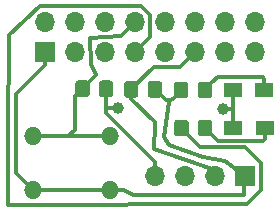
<source format=gbr>
G04 #@! TF.GenerationSoftware,KiCad,Pcbnew,(5.0.0)*
G04 #@! TF.CreationDate,2021-07-17T15:24:55-07:00*
G04 #@! TF.ProjectId,RaspberryPiHat Board,52617370626572727950694861742042,Raspberry Pi Hat *
G04 #@! TF.SameCoordinates,Original*
G04 #@! TF.FileFunction,Copper,L1,Top,Signal*
G04 #@! TF.FilePolarity,Positive*
%FSLAX46Y46*%
G04 Gerber Fmt 4.6, Leading zero omitted, Abs format (unit mm)*
G04 Created by KiCad (PCBNEW (5.0.0)) date 07/17/21 15:24:55*
%MOMM*%
%LPD*%
G01*
G04 APERTURE LIST*
G04 #@! TA.AperFunction,ComponentPad*
%ADD10R,1.700000X1.700000*%
G04 #@! TD*
G04 #@! TA.AperFunction,ComponentPad*
%ADD11O,1.700000X1.700000*%
G04 #@! TD*
G04 #@! TA.AperFunction,Conductor*
%ADD12C,0.100000*%
G04 #@! TD*
G04 #@! TA.AperFunction,SMDPad,CuDef*
%ADD13C,1.200000*%
G04 #@! TD*
G04 #@! TA.AperFunction,SMDPad,CuDef*
%ADD14R,1.500000X1.300000*%
G04 #@! TD*
G04 #@! TA.AperFunction,ComponentPad*
%ADD15O,1.524000X1.524000*%
G04 #@! TD*
G04 #@! TA.AperFunction,ViaPad*
%ADD16C,1.000000*%
G04 #@! TD*
G04 #@! TA.AperFunction,Conductor*
%ADD17C,0.300000*%
G04 #@! TD*
G04 APERTURE END LIST*
D10*
G04 #@! TO.P,J1,1*
G04 #@! TO.N,/3V3*
X41275000Y-52933600D03*
D11*
G04 #@! TO.P,J1,2*
G04 #@! TO.N,Net-(J1-Pad2)*
X41275000Y-50393600D03*
G04 #@! TO.P,J1,3*
G04 #@! TO.N,Net-(J1-Pad3)*
X43815000Y-52933600D03*
G04 #@! TO.P,J1,4*
G04 #@! TO.N,Net-(J1-Pad4)*
X43815000Y-50393600D03*
G04 #@! TO.P,J1,5*
G04 #@! TO.N,Net-(J1-Pad5)*
X46355000Y-52933600D03*
G04 #@! TO.P,J1,6*
G04 #@! TO.N,GND*
X46355000Y-50393600D03*
G04 #@! TO.P,J1,7*
G04 #@! TO.N,Net-(J1-Pad7)*
X48895000Y-52933600D03*
G04 #@! TO.P,J1,8*
G04 #@! TO.N,/button_input*
X48895000Y-50393600D03*
G04 #@! TO.P,J1,9*
G04 #@! TO.N,GND*
X51435000Y-52933600D03*
G04 #@! TO.P,J1,10*
G04 #@! TO.N,Net-(J1-Pad10)*
X51435000Y-50393600D03*
G04 #@! TO.P,J1,11*
G04 #@! TO.N,Net-(J1-Pad11)*
X53975000Y-52933600D03*
G04 #@! TO.P,J1,12*
G04 #@! TO.N,Net-(J1-Pad12)*
X53975000Y-50393600D03*
G04 #@! TO.P,J1,13*
G04 #@! TO.N,Net-(J1-Pad13)*
X56515000Y-52933600D03*
G04 #@! TO.P,J1,14*
G04 #@! TO.N,Net-(J1-Pad14)*
X56515000Y-50393600D03*
G04 #@! TO.P,J1,15*
G04 #@! TO.N,Net-(J1-Pad15)*
X59055000Y-52933600D03*
G04 #@! TO.P,J1,16*
G04 #@! TO.N,Net-(J1-Pad16)*
X59055000Y-50393600D03*
G04 #@! TD*
D12*
G04 #@! TO.N,/3V3*
G04 #@! TO.C,R2*
G36*
X50929905Y-55435204D02*
X50954173Y-55438804D01*
X50977972Y-55444765D01*
X51001071Y-55453030D01*
X51023250Y-55463520D01*
X51044293Y-55476132D01*
X51063999Y-55490747D01*
X51082177Y-55507223D01*
X51098653Y-55525401D01*
X51113268Y-55545107D01*
X51125880Y-55566150D01*
X51136370Y-55588329D01*
X51144635Y-55611428D01*
X51150596Y-55635227D01*
X51154196Y-55659495D01*
X51155400Y-55683999D01*
X51155400Y-56584001D01*
X51154196Y-56608505D01*
X51150596Y-56632773D01*
X51144635Y-56656572D01*
X51136370Y-56679671D01*
X51125880Y-56701850D01*
X51113268Y-56722893D01*
X51098653Y-56742599D01*
X51082177Y-56760777D01*
X51063999Y-56777253D01*
X51044293Y-56791868D01*
X51023250Y-56804480D01*
X51001071Y-56814970D01*
X50977972Y-56823235D01*
X50954173Y-56829196D01*
X50929905Y-56832796D01*
X50905401Y-56834000D01*
X50205399Y-56834000D01*
X50180895Y-56832796D01*
X50156627Y-56829196D01*
X50132828Y-56823235D01*
X50109729Y-56814970D01*
X50087550Y-56804480D01*
X50066507Y-56791868D01*
X50046801Y-56777253D01*
X50028623Y-56760777D01*
X50012147Y-56742599D01*
X49997532Y-56722893D01*
X49984920Y-56701850D01*
X49974430Y-56679671D01*
X49966165Y-56656572D01*
X49960204Y-56632773D01*
X49956604Y-56608505D01*
X49955400Y-56584001D01*
X49955400Y-55683999D01*
X49956604Y-55659495D01*
X49960204Y-55635227D01*
X49966165Y-55611428D01*
X49974430Y-55588329D01*
X49984920Y-55566150D01*
X49997532Y-55545107D01*
X50012147Y-55525401D01*
X50028623Y-55507223D01*
X50046801Y-55490747D01*
X50066507Y-55476132D01*
X50087550Y-55463520D01*
X50109729Y-55453030D01*
X50132828Y-55444765D01*
X50156627Y-55438804D01*
X50180895Y-55435204D01*
X50205399Y-55434000D01*
X50905401Y-55434000D01*
X50929905Y-55435204D01*
X50929905Y-55435204D01*
G37*
D13*
G04 #@! TD*
G04 #@! TO.P,R2,2*
G04 #@! TO.N,/3V3*
X50555400Y-56134000D03*
D12*
G04 #@! TO.N,Net-(J1-Pad11)*
G04 #@! TO.C,R2*
G36*
X48929905Y-55435204D02*
X48954173Y-55438804D01*
X48977972Y-55444765D01*
X49001071Y-55453030D01*
X49023250Y-55463520D01*
X49044293Y-55476132D01*
X49063999Y-55490747D01*
X49082177Y-55507223D01*
X49098653Y-55525401D01*
X49113268Y-55545107D01*
X49125880Y-55566150D01*
X49136370Y-55588329D01*
X49144635Y-55611428D01*
X49150596Y-55635227D01*
X49154196Y-55659495D01*
X49155400Y-55683999D01*
X49155400Y-56584001D01*
X49154196Y-56608505D01*
X49150596Y-56632773D01*
X49144635Y-56656572D01*
X49136370Y-56679671D01*
X49125880Y-56701850D01*
X49113268Y-56722893D01*
X49098653Y-56742599D01*
X49082177Y-56760777D01*
X49063999Y-56777253D01*
X49044293Y-56791868D01*
X49023250Y-56804480D01*
X49001071Y-56814970D01*
X48977972Y-56823235D01*
X48954173Y-56829196D01*
X48929905Y-56832796D01*
X48905401Y-56834000D01*
X48205399Y-56834000D01*
X48180895Y-56832796D01*
X48156627Y-56829196D01*
X48132828Y-56823235D01*
X48109729Y-56814970D01*
X48087550Y-56804480D01*
X48066507Y-56791868D01*
X48046801Y-56777253D01*
X48028623Y-56760777D01*
X48012147Y-56742599D01*
X47997532Y-56722893D01*
X47984920Y-56701850D01*
X47974430Y-56679671D01*
X47966165Y-56656572D01*
X47960204Y-56632773D01*
X47956604Y-56608505D01*
X47955400Y-56584001D01*
X47955400Y-55683999D01*
X47956604Y-55659495D01*
X47960204Y-55635227D01*
X47966165Y-55611428D01*
X47974430Y-55588329D01*
X47984920Y-55566150D01*
X47997532Y-55545107D01*
X48012147Y-55525401D01*
X48028623Y-55507223D01*
X48046801Y-55490747D01*
X48066507Y-55476132D01*
X48087550Y-55463520D01*
X48109729Y-55453030D01*
X48132828Y-55444765D01*
X48156627Y-55438804D01*
X48180895Y-55435204D01*
X48205399Y-55434000D01*
X48905401Y-55434000D01*
X48929905Y-55435204D01*
X48929905Y-55435204D01*
G37*
D13*
G04 #@! TD*
G04 #@! TO.P,R2,1*
G04 #@! TO.N,Net-(J1-Pad11)*
X48555400Y-56134000D03*
D14*
G04 #@! TO.P,D1,2*
G04 #@! TO.N,Net-(D1-Pad2)*
X59846200Y-59385200D03*
G04 #@! TO.P,D1,1*
G04 #@! TO.N,GND*
X57146200Y-59385200D03*
G04 #@! TD*
G04 #@! TO.P,D2,1*
G04 #@! TO.N,GND*
X57120800Y-56184800D03*
G04 #@! TO.P,D2,2*
G04 #@! TO.N,Net-(D2-Pad2)*
X59820800Y-56184800D03*
G04 #@! TD*
D12*
G04 #@! TO.N,/button_input*
G04 #@! TO.C,R1*
G36*
X44789705Y-55384404D02*
X44813973Y-55388004D01*
X44837772Y-55393965D01*
X44860871Y-55402230D01*
X44883050Y-55412720D01*
X44904093Y-55425332D01*
X44923799Y-55439947D01*
X44941977Y-55456423D01*
X44958453Y-55474601D01*
X44973068Y-55494307D01*
X44985680Y-55515350D01*
X44996170Y-55537529D01*
X45004435Y-55560628D01*
X45010396Y-55584427D01*
X45013996Y-55608695D01*
X45015200Y-55633199D01*
X45015200Y-56533201D01*
X45013996Y-56557705D01*
X45010396Y-56581973D01*
X45004435Y-56605772D01*
X44996170Y-56628871D01*
X44985680Y-56651050D01*
X44973068Y-56672093D01*
X44958453Y-56691799D01*
X44941977Y-56709977D01*
X44923799Y-56726453D01*
X44904093Y-56741068D01*
X44883050Y-56753680D01*
X44860871Y-56764170D01*
X44837772Y-56772435D01*
X44813973Y-56778396D01*
X44789705Y-56781996D01*
X44765201Y-56783200D01*
X44065199Y-56783200D01*
X44040695Y-56781996D01*
X44016427Y-56778396D01*
X43992628Y-56772435D01*
X43969529Y-56764170D01*
X43947350Y-56753680D01*
X43926307Y-56741068D01*
X43906601Y-56726453D01*
X43888423Y-56709977D01*
X43871947Y-56691799D01*
X43857332Y-56672093D01*
X43844720Y-56651050D01*
X43834230Y-56628871D01*
X43825965Y-56605772D01*
X43820004Y-56581973D01*
X43816404Y-56557705D01*
X43815200Y-56533201D01*
X43815200Y-55633199D01*
X43816404Y-55608695D01*
X43820004Y-55584427D01*
X43825965Y-55560628D01*
X43834230Y-55537529D01*
X43844720Y-55515350D01*
X43857332Y-55494307D01*
X43871947Y-55474601D01*
X43888423Y-55456423D01*
X43906601Y-55439947D01*
X43926307Y-55425332D01*
X43947350Y-55412720D01*
X43969529Y-55402230D01*
X43992628Y-55393965D01*
X44016427Y-55388004D01*
X44040695Y-55384404D01*
X44065199Y-55383200D01*
X44765201Y-55383200D01*
X44789705Y-55384404D01*
X44789705Y-55384404D01*
G37*
D13*
G04 #@! TD*
G04 #@! TO.P,R1,1*
G04 #@! TO.N,/button_input*
X44415200Y-56083200D03*
D12*
G04 #@! TO.N,GND*
G04 #@! TO.C,R1*
G36*
X46789705Y-55384404D02*
X46813973Y-55388004D01*
X46837772Y-55393965D01*
X46860871Y-55402230D01*
X46883050Y-55412720D01*
X46904093Y-55425332D01*
X46923799Y-55439947D01*
X46941977Y-55456423D01*
X46958453Y-55474601D01*
X46973068Y-55494307D01*
X46985680Y-55515350D01*
X46996170Y-55537529D01*
X47004435Y-55560628D01*
X47010396Y-55584427D01*
X47013996Y-55608695D01*
X47015200Y-55633199D01*
X47015200Y-56533201D01*
X47013996Y-56557705D01*
X47010396Y-56581973D01*
X47004435Y-56605772D01*
X46996170Y-56628871D01*
X46985680Y-56651050D01*
X46973068Y-56672093D01*
X46958453Y-56691799D01*
X46941977Y-56709977D01*
X46923799Y-56726453D01*
X46904093Y-56741068D01*
X46883050Y-56753680D01*
X46860871Y-56764170D01*
X46837772Y-56772435D01*
X46813973Y-56778396D01*
X46789705Y-56781996D01*
X46765201Y-56783200D01*
X46065199Y-56783200D01*
X46040695Y-56781996D01*
X46016427Y-56778396D01*
X45992628Y-56772435D01*
X45969529Y-56764170D01*
X45947350Y-56753680D01*
X45926307Y-56741068D01*
X45906601Y-56726453D01*
X45888423Y-56709977D01*
X45871947Y-56691799D01*
X45857332Y-56672093D01*
X45844720Y-56651050D01*
X45834230Y-56628871D01*
X45825965Y-56605772D01*
X45820004Y-56581973D01*
X45816404Y-56557705D01*
X45815200Y-56533201D01*
X45815200Y-55633199D01*
X45816404Y-55608695D01*
X45820004Y-55584427D01*
X45825965Y-55560628D01*
X45834230Y-55537529D01*
X45844720Y-55515350D01*
X45857332Y-55494307D01*
X45871947Y-55474601D01*
X45888423Y-55456423D01*
X45906601Y-55439947D01*
X45926307Y-55425332D01*
X45947350Y-55412720D01*
X45969529Y-55402230D01*
X45992628Y-55393965D01*
X46016427Y-55388004D01*
X46040695Y-55384404D01*
X46065199Y-55383200D01*
X46765201Y-55383200D01*
X46789705Y-55384404D01*
X46789705Y-55384404D01*
G37*
D13*
G04 #@! TD*
G04 #@! TO.P,R1,2*
G04 #@! TO.N,GND*
X46415200Y-56083200D03*
D12*
G04 #@! TO.N,Net-(J1-Pad7)*
G04 #@! TO.C,R3*
G36*
X53171705Y-58711804D02*
X53195973Y-58715404D01*
X53219772Y-58721365D01*
X53242871Y-58729630D01*
X53265050Y-58740120D01*
X53286093Y-58752732D01*
X53305799Y-58767347D01*
X53323977Y-58783823D01*
X53340453Y-58802001D01*
X53355068Y-58821707D01*
X53367680Y-58842750D01*
X53378170Y-58864929D01*
X53386435Y-58888028D01*
X53392396Y-58911827D01*
X53395996Y-58936095D01*
X53397200Y-58960599D01*
X53397200Y-59860601D01*
X53395996Y-59885105D01*
X53392396Y-59909373D01*
X53386435Y-59933172D01*
X53378170Y-59956271D01*
X53367680Y-59978450D01*
X53355068Y-59999493D01*
X53340453Y-60019199D01*
X53323977Y-60037377D01*
X53305799Y-60053853D01*
X53286093Y-60068468D01*
X53265050Y-60081080D01*
X53242871Y-60091570D01*
X53219772Y-60099835D01*
X53195973Y-60105796D01*
X53171705Y-60109396D01*
X53147201Y-60110600D01*
X52447199Y-60110600D01*
X52422695Y-60109396D01*
X52398427Y-60105796D01*
X52374628Y-60099835D01*
X52351529Y-60091570D01*
X52329350Y-60081080D01*
X52308307Y-60068468D01*
X52288601Y-60053853D01*
X52270423Y-60037377D01*
X52253947Y-60019199D01*
X52239332Y-59999493D01*
X52226720Y-59978450D01*
X52216230Y-59956271D01*
X52207965Y-59933172D01*
X52202004Y-59909373D01*
X52198404Y-59885105D01*
X52197200Y-59860601D01*
X52197200Y-58960599D01*
X52198404Y-58936095D01*
X52202004Y-58911827D01*
X52207965Y-58888028D01*
X52216230Y-58864929D01*
X52226720Y-58842750D01*
X52239332Y-58821707D01*
X52253947Y-58802001D01*
X52270423Y-58783823D01*
X52288601Y-58767347D01*
X52308307Y-58752732D01*
X52329350Y-58740120D01*
X52351529Y-58729630D01*
X52374628Y-58721365D01*
X52398427Y-58715404D01*
X52422695Y-58711804D01*
X52447199Y-58710600D01*
X53147201Y-58710600D01*
X53171705Y-58711804D01*
X53171705Y-58711804D01*
G37*
D13*
G04 #@! TD*
G04 #@! TO.P,R3,1*
G04 #@! TO.N,Net-(J1-Pad7)*
X52797200Y-59410600D03*
D12*
G04 #@! TO.N,Net-(D1-Pad2)*
G04 #@! TO.C,R3*
G36*
X55171705Y-58711804D02*
X55195973Y-58715404D01*
X55219772Y-58721365D01*
X55242871Y-58729630D01*
X55265050Y-58740120D01*
X55286093Y-58752732D01*
X55305799Y-58767347D01*
X55323977Y-58783823D01*
X55340453Y-58802001D01*
X55355068Y-58821707D01*
X55367680Y-58842750D01*
X55378170Y-58864929D01*
X55386435Y-58888028D01*
X55392396Y-58911827D01*
X55395996Y-58936095D01*
X55397200Y-58960599D01*
X55397200Y-59860601D01*
X55395996Y-59885105D01*
X55392396Y-59909373D01*
X55386435Y-59933172D01*
X55378170Y-59956271D01*
X55367680Y-59978450D01*
X55355068Y-59999493D01*
X55340453Y-60019199D01*
X55323977Y-60037377D01*
X55305799Y-60053853D01*
X55286093Y-60068468D01*
X55265050Y-60081080D01*
X55242871Y-60091570D01*
X55219772Y-60099835D01*
X55195973Y-60105796D01*
X55171705Y-60109396D01*
X55147201Y-60110600D01*
X54447199Y-60110600D01*
X54422695Y-60109396D01*
X54398427Y-60105796D01*
X54374628Y-60099835D01*
X54351529Y-60091570D01*
X54329350Y-60081080D01*
X54308307Y-60068468D01*
X54288601Y-60053853D01*
X54270423Y-60037377D01*
X54253947Y-60019199D01*
X54239332Y-59999493D01*
X54226720Y-59978450D01*
X54216230Y-59956271D01*
X54207965Y-59933172D01*
X54202004Y-59909373D01*
X54198404Y-59885105D01*
X54197200Y-59860601D01*
X54197200Y-58960599D01*
X54198404Y-58936095D01*
X54202004Y-58911827D01*
X54207965Y-58888028D01*
X54216230Y-58864929D01*
X54226720Y-58842750D01*
X54239332Y-58821707D01*
X54253947Y-58802001D01*
X54270423Y-58783823D01*
X54288601Y-58767347D01*
X54308307Y-58752732D01*
X54329350Y-58740120D01*
X54351529Y-58729630D01*
X54374628Y-58721365D01*
X54398427Y-58715404D01*
X54422695Y-58711804D01*
X54447199Y-58710600D01*
X55147201Y-58710600D01*
X55171705Y-58711804D01*
X55171705Y-58711804D01*
G37*
D13*
G04 #@! TD*
G04 #@! TO.P,R3,2*
G04 #@! TO.N,Net-(D1-Pad2)*
X54797200Y-59410600D03*
D12*
G04 #@! TO.N,Net-(D2-Pad2)*
G04 #@! TO.C,R4*
G36*
X55146305Y-55486004D02*
X55170573Y-55489604D01*
X55194372Y-55495565D01*
X55217471Y-55503830D01*
X55239650Y-55514320D01*
X55260693Y-55526932D01*
X55280399Y-55541547D01*
X55298577Y-55558023D01*
X55315053Y-55576201D01*
X55329668Y-55595907D01*
X55342280Y-55616950D01*
X55352770Y-55639129D01*
X55361035Y-55662228D01*
X55366996Y-55686027D01*
X55370596Y-55710295D01*
X55371800Y-55734799D01*
X55371800Y-56634801D01*
X55370596Y-56659305D01*
X55366996Y-56683573D01*
X55361035Y-56707372D01*
X55352770Y-56730471D01*
X55342280Y-56752650D01*
X55329668Y-56773693D01*
X55315053Y-56793399D01*
X55298577Y-56811577D01*
X55280399Y-56828053D01*
X55260693Y-56842668D01*
X55239650Y-56855280D01*
X55217471Y-56865770D01*
X55194372Y-56874035D01*
X55170573Y-56879996D01*
X55146305Y-56883596D01*
X55121801Y-56884800D01*
X54421799Y-56884800D01*
X54397295Y-56883596D01*
X54373027Y-56879996D01*
X54349228Y-56874035D01*
X54326129Y-56865770D01*
X54303950Y-56855280D01*
X54282907Y-56842668D01*
X54263201Y-56828053D01*
X54245023Y-56811577D01*
X54228547Y-56793399D01*
X54213932Y-56773693D01*
X54201320Y-56752650D01*
X54190830Y-56730471D01*
X54182565Y-56707372D01*
X54176604Y-56683573D01*
X54173004Y-56659305D01*
X54171800Y-56634801D01*
X54171800Y-55734799D01*
X54173004Y-55710295D01*
X54176604Y-55686027D01*
X54182565Y-55662228D01*
X54190830Y-55639129D01*
X54201320Y-55616950D01*
X54213932Y-55595907D01*
X54228547Y-55576201D01*
X54245023Y-55558023D01*
X54263201Y-55541547D01*
X54282907Y-55526932D01*
X54303950Y-55514320D01*
X54326129Y-55503830D01*
X54349228Y-55495565D01*
X54373027Y-55489604D01*
X54397295Y-55486004D01*
X54421799Y-55484800D01*
X55121801Y-55484800D01*
X55146305Y-55486004D01*
X55146305Y-55486004D01*
G37*
D13*
G04 #@! TD*
G04 #@! TO.P,R4,2*
G04 #@! TO.N,Net-(D2-Pad2)*
X54771800Y-56184800D03*
D12*
G04 #@! TO.N,/3V3*
G04 #@! TO.C,R4*
G36*
X53146305Y-55486004D02*
X53170573Y-55489604D01*
X53194372Y-55495565D01*
X53217471Y-55503830D01*
X53239650Y-55514320D01*
X53260693Y-55526932D01*
X53280399Y-55541547D01*
X53298577Y-55558023D01*
X53315053Y-55576201D01*
X53329668Y-55595907D01*
X53342280Y-55616950D01*
X53352770Y-55639129D01*
X53361035Y-55662228D01*
X53366996Y-55686027D01*
X53370596Y-55710295D01*
X53371800Y-55734799D01*
X53371800Y-56634801D01*
X53370596Y-56659305D01*
X53366996Y-56683573D01*
X53361035Y-56707372D01*
X53352770Y-56730471D01*
X53342280Y-56752650D01*
X53329668Y-56773693D01*
X53315053Y-56793399D01*
X53298577Y-56811577D01*
X53280399Y-56828053D01*
X53260693Y-56842668D01*
X53239650Y-56855280D01*
X53217471Y-56865770D01*
X53194372Y-56874035D01*
X53170573Y-56879996D01*
X53146305Y-56883596D01*
X53121801Y-56884800D01*
X52421799Y-56884800D01*
X52397295Y-56883596D01*
X52373027Y-56879996D01*
X52349228Y-56874035D01*
X52326129Y-56865770D01*
X52303950Y-56855280D01*
X52282907Y-56842668D01*
X52263201Y-56828053D01*
X52245023Y-56811577D01*
X52228547Y-56793399D01*
X52213932Y-56773693D01*
X52201320Y-56752650D01*
X52190830Y-56730471D01*
X52182565Y-56707372D01*
X52176604Y-56683573D01*
X52173004Y-56659305D01*
X52171800Y-56634801D01*
X52171800Y-55734799D01*
X52173004Y-55710295D01*
X52176604Y-55686027D01*
X52182565Y-55662228D01*
X52190830Y-55639129D01*
X52201320Y-55616950D01*
X52213932Y-55595907D01*
X52228547Y-55576201D01*
X52245023Y-55558023D01*
X52263201Y-55541547D01*
X52282907Y-55526932D01*
X52303950Y-55514320D01*
X52326129Y-55503830D01*
X52349228Y-55495565D01*
X52373027Y-55489604D01*
X52397295Y-55486004D01*
X52421799Y-55484800D01*
X53121801Y-55484800D01*
X53146305Y-55486004D01*
X53146305Y-55486004D01*
G37*
D13*
G04 #@! TD*
G04 #@! TO.P,R4,1*
G04 #@! TO.N,/3V3*
X52771800Y-56184800D03*
D15*
G04 #@! TO.P,SW1,1*
G04 #@! TO.N,/3V3*
X46736000Y-64643000D03*
X40233600Y-64643000D03*
G04 #@! TO.P,SW1,2*
G04 #@! TO.N,/button_input*
X46736000Y-60121800D03*
X40233600Y-60121800D03*
G04 #@! TD*
D10*
G04 #@! TO.P,U1,1*
G04 #@! TO.N,/3V3*
X58166000Y-63500000D03*
D11*
G04 #@! TO.P,U1,2*
G04 #@! TO.N,Net-(J1-Pad11)*
X55626000Y-63500000D03*
G04 #@! TO.P,U1,3*
G04 #@! TO.N,N/C*
X53086000Y-63500000D03*
G04 #@! TO.P,U1,4*
G04 #@! TO.N,GND*
X50546000Y-63500000D03*
G04 #@! TD*
D16*
G04 #@! TO.N,GND*
X47421800Y-57708800D03*
X56337200Y-57785000D03*
G04 #@! TD*
D17*
G04 #@! TO.N,Net-(D1-Pad2)*
X55437404Y-60050804D02*
X54797200Y-59410600D01*
X55871801Y-60485201D02*
X55437404Y-60050804D01*
X59696199Y-60485201D02*
X55871801Y-60485201D01*
X59846200Y-60335200D02*
X59696199Y-60485201D01*
X59846200Y-59385200D02*
X59846200Y-60335200D01*
G04 #@! TO.N,GND*
X57120800Y-59359800D02*
X57146200Y-59385200D01*
X50546000Y-62297919D02*
X50546000Y-63500000D01*
X46415200Y-58167119D02*
X50546000Y-62297919D01*
X46415200Y-57708800D02*
X47421800Y-57708800D01*
X46415200Y-57708800D02*
X46415200Y-58167119D01*
X46415200Y-56083200D02*
X46415200Y-57708800D01*
X47421800Y-57708800D02*
X47421800Y-57708800D01*
X57120800Y-57785000D02*
X56337200Y-57785000D01*
X57120800Y-57785000D02*
X57120800Y-59359800D01*
X57120800Y-56184800D02*
X57120800Y-57785000D01*
X56337200Y-57785000D02*
X56337200Y-57785000D01*
G04 #@! TO.N,Net-(D2-Pad2)*
X55412004Y-55544596D02*
X54771800Y-56184800D01*
X55871801Y-55084799D02*
X55412004Y-55544596D01*
X59670799Y-55084799D02*
X55871801Y-55084799D01*
X59820800Y-55234800D02*
X59670799Y-55084799D01*
X59820800Y-56184800D02*
X59820800Y-55234800D01*
G04 #@! TO.N,/3V3*
X58166000Y-63500000D02*
X58166000Y-63373000D01*
X52131596Y-56825004D02*
X52771800Y-56184800D01*
X58166000Y-63500000D02*
X56464200Y-62204600D01*
X56464200Y-62204600D02*
X54635400Y-61849000D01*
X54635400Y-61849000D02*
X51739800Y-60858400D01*
X51739800Y-60858400D02*
X51333400Y-60198000D01*
X51333400Y-60198000D02*
X51747190Y-57209410D01*
X47087000Y-65197999D02*
X46325001Y-64436000D01*
X51469800Y-57048400D02*
X51908200Y-57048400D01*
X50555400Y-56134000D02*
X51469800Y-57048400D01*
X51747190Y-57209410D02*
X51908200Y-57048400D01*
X51908200Y-57048400D02*
X52131596Y-56825004D01*
X41275000Y-54083600D02*
X41275000Y-52933600D01*
X38811200Y-56547400D02*
X41275000Y-54083600D01*
X38811200Y-63220600D02*
X38811200Y-56547400D01*
X40233600Y-64643000D02*
X38811200Y-63220600D01*
X40233600Y-64643000D02*
X46736000Y-64643000D01*
X47813630Y-64643000D02*
X46736000Y-64643000D01*
X48818800Y-65100200D02*
X47813630Y-64643000D01*
X58166000Y-63500000D02*
X58089800Y-65100200D01*
X58089800Y-65100200D02*
X48818800Y-65100200D01*
G04 #@! TO.N,Net-(J1-Pad7)*
X49744999Y-52083601D02*
X48895000Y-52933600D01*
X49371001Y-49093599D02*
X50095001Y-49817599D01*
X50095001Y-49817599D02*
X50095001Y-51733599D01*
X38150800Y-65938400D02*
X38150800Y-60121800D01*
X54371811Y-60985211D02*
X58161213Y-60985211D01*
X40798999Y-49093599D02*
X49371001Y-49093599D01*
X52797200Y-59410600D02*
X54371811Y-60985211D01*
X58161213Y-60985211D02*
X59537600Y-62361598D01*
X59537600Y-62361598D02*
X59537600Y-64638402D01*
X38201600Y-51562000D02*
X40798999Y-49093599D01*
X38150800Y-60121800D02*
X38201600Y-51562000D01*
X59537600Y-64638402D02*
X58377993Y-65798009D01*
X50095001Y-51733599D02*
X49744999Y-52083601D01*
X58377993Y-65798009D02*
X38150800Y-65938400D01*
G04 #@! TO.N,/button_input*
X48045001Y-51243599D02*
X48895000Y-50393600D01*
X47694999Y-51593601D02*
X48045001Y-51243599D01*
X45034200Y-51816000D02*
X47694999Y-51593601D01*
X45110400Y-53975000D02*
X45034200Y-51816000D01*
X44415200Y-56083200D02*
X45565210Y-54933190D01*
X45565210Y-54933190D02*
X45110400Y-53975000D01*
X46736000Y-60121800D02*
X45658370Y-60121800D01*
X43774996Y-59552204D02*
X43205400Y-60121800D01*
X43774996Y-56723404D02*
X43774996Y-59552204D01*
X44415200Y-56083200D02*
X43774996Y-56723404D01*
X45658370Y-60121800D02*
X43205400Y-60121800D01*
X43205400Y-60121800D02*
X40233600Y-60121800D01*
G04 #@! TO.N,Net-(J1-Pad11)*
X53125001Y-53783599D02*
X53975000Y-52933600D01*
X52674999Y-54233601D02*
X53125001Y-53783599D01*
X50455799Y-54233601D02*
X52674999Y-54233601D01*
X48555400Y-56134000D02*
X50455799Y-54233601D01*
X55600600Y-62966600D02*
X55626000Y-63500000D01*
X50444400Y-61163200D02*
X55600600Y-62966600D01*
X50555400Y-59193398D02*
X50444400Y-61163200D01*
X50555400Y-58934000D02*
X50555400Y-59193398D01*
X48555400Y-56134000D02*
X48555400Y-56934000D01*
X48555400Y-56934000D02*
X50555400Y-58934000D01*
G04 #@! TD*
M02*

</source>
